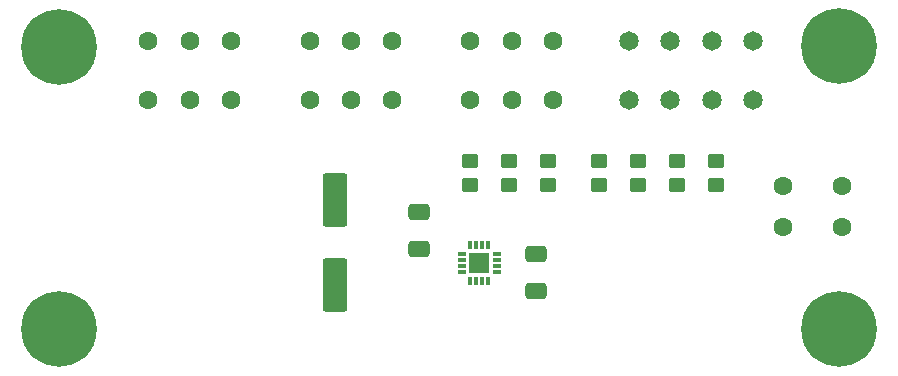
<source format=gbr>
%TF.GenerationSoftware,KiCad,Pcbnew,7.0.9*%
%TF.CreationDate,2024-01-20T18:52:18+00:00*%
%TF.ProjectId,DRV8234 DC Motor Driver Expander,44525638-3233-4342-9044-43204d6f746f,rev?*%
%TF.SameCoordinates,Original*%
%TF.FileFunction,Soldermask,Top*%
%TF.FilePolarity,Negative*%
%FSLAX46Y46*%
G04 Gerber Fmt 4.6, Leading zero omitted, Abs format (unit mm)*
G04 Created by KiCad (PCBNEW 7.0.9) date 2024-01-20 18:52:18*
%MOMM*%
%LPD*%
G01*
G04 APERTURE LIST*
G04 Aperture macros list*
%AMRoundRect*
0 Rectangle with rounded corners*
0 $1 Rounding radius*
0 $2 $3 $4 $5 $6 $7 $8 $9 X,Y pos of 4 corners*
0 Add a 4 corners polygon primitive as box body*
4,1,4,$2,$3,$4,$5,$6,$7,$8,$9,$2,$3,0*
0 Add four circle primitives for the rounded corners*
1,1,$1+$1,$2,$3*
1,1,$1+$1,$4,$5*
1,1,$1+$1,$6,$7*
1,1,$1+$1,$8,$9*
0 Add four rect primitives between the rounded corners*
20,1,$1+$1,$2,$3,$4,$5,0*
20,1,$1+$1,$4,$5,$6,$7,0*
20,1,$1+$1,$6,$7,$8,$9,0*
20,1,$1+$1,$8,$9,$2,$3,0*%
G04 Aperture macros list end*
%ADD10RoundRect,0.250000X-0.450000X0.350000X-0.450000X-0.350000X0.450000X-0.350000X0.450000X0.350000X0*%
%ADD11C,1.600200*%
%ADD12RoundRect,0.250001X0.799999X-1.999999X0.799999X1.999999X-0.799999X1.999999X-0.799999X-1.999999X0*%
%ADD13C,0.800000*%
%ADD14C,6.400000*%
%ADD15R,0.300000X0.800000*%
%ADD16R,0.800000X0.300000*%
%ADD17R,1.750000X1.750000*%
%ADD18RoundRect,0.250000X-0.650000X0.412500X-0.650000X-0.412500X0.650000X-0.412500X0.650000X0.412500X0*%
%ADD19RoundRect,0.250000X0.650000X-0.412500X0.650000X0.412500X-0.650000X0.412500X-0.650000X-0.412500X0*%
%ADD20C,1.650000*%
G04 APERTURE END LIST*
D10*
%TO.C,R1*%
X129286000Y-89932000D03*
X129286000Y-91932000D03*
%TD*%
D11*
%TO.C,J3*%
X136286001Y-84709000D03*
X136286001Y-79709000D03*
X132786001Y-84709000D03*
X132786001Y-79709000D03*
X129286000Y-84709000D03*
X129286000Y-79709000D03*
%TD*%
%TO.C,J5*%
X155782000Y-95504000D03*
X160782000Y-95504000D03*
X155782000Y-92003997D03*
X160782000Y-92003997D03*
%TD*%
D10*
%TO.C,R6*%
X150114000Y-89916000D03*
X150114000Y-91916000D03*
%TD*%
D12*
%TO.C,C2*%
X117805200Y-100418000D03*
X117805200Y-93218000D03*
%TD*%
D10*
%TO.C,R2*%
X135890000Y-89932000D03*
X135890000Y-91932000D03*
%TD*%
D11*
%TO.C,J2*%
X122697001Y-84709000D03*
X122697001Y-79709000D03*
X119197001Y-84709000D03*
X119197001Y-79709000D03*
X115697000Y-84709000D03*
X115697000Y-79709000D03*
%TD*%
%TO.C,J1*%
X109037000Y-84709000D03*
X109037000Y-79709000D03*
X105537000Y-84709000D03*
X105537000Y-79709000D03*
X102036999Y-84709000D03*
X102036999Y-79709000D03*
%TD*%
D13*
%TO.C,H2*%
X158128000Y-80183056D03*
X158830944Y-78486000D03*
X158830944Y-81880112D03*
X160528000Y-77783056D03*
D14*
X160528000Y-80183056D03*
D13*
X160528000Y-82583056D03*
X162225056Y-78486000D03*
X162225056Y-81880112D03*
X162928000Y-80183056D03*
%TD*%
D15*
%TO.C,IC1*%
X130802000Y-97028000D03*
X130302000Y-97028000D03*
X129802000Y-97028000D03*
X129302000Y-97028000D03*
D16*
X128552000Y-97778000D03*
X128552000Y-98278000D03*
X128552000Y-98778000D03*
X128552000Y-99278000D03*
D15*
X129302000Y-100028000D03*
X129802000Y-100028000D03*
X130302000Y-100028000D03*
X130802000Y-100028000D03*
D16*
X131552000Y-99278000D03*
X131552000Y-98778000D03*
X131552000Y-98278000D03*
X131552000Y-97778000D03*
D17*
X130052000Y-98528000D03*
%TD*%
D13*
%TO.C,H3*%
X92088000Y-104140000D03*
X92790944Y-102442944D03*
X92790944Y-105837056D03*
X94488000Y-101740000D03*
D14*
X94488000Y-104140000D03*
D13*
X94488000Y-106540000D03*
X96185056Y-102442944D03*
X96185056Y-105837056D03*
X96888000Y-104140000D03*
%TD*%
D10*
%TO.C,R4*%
X140208000Y-89916000D03*
X140208000Y-91916000D03*
%TD*%
%TO.C,R5*%
X143510000Y-89916000D03*
X143510000Y-91916000D03*
%TD*%
%TO.C,R7*%
X146812000Y-89916000D03*
X146812000Y-91916000D03*
%TD*%
%TO.C,R3*%
X132588000Y-89932000D03*
X132588000Y-91932000D03*
%TD*%
D18*
%TO.C,C3*%
X134890000Y-97751500D03*
X134890000Y-100876500D03*
%TD*%
D19*
%TO.C,C1*%
X124968000Y-97320500D03*
X124968000Y-94195500D03*
%TD*%
D20*
%TO.C,J4*%
X153244000Y-84694400D03*
X153244000Y-79694400D03*
X149744000Y-84694400D03*
X149744000Y-79694400D03*
X146244000Y-84694400D03*
X146244000Y-79694400D03*
X142744000Y-84694400D03*
X142744000Y-79694400D03*
%TD*%
D13*
%TO.C,H1*%
X92088000Y-80264000D03*
X92790944Y-78566944D03*
X92790944Y-81961056D03*
X94488000Y-77864000D03*
D14*
X94488000Y-80264000D03*
D13*
X94488000Y-82664000D03*
X96185056Y-78566944D03*
X96185056Y-81961056D03*
X96888000Y-80264000D03*
%TD*%
%TO.C,H4*%
X158128000Y-104093944D03*
X158830944Y-102396888D03*
X158830944Y-105791000D03*
X160528000Y-101693944D03*
D14*
X160528000Y-104093944D03*
D13*
X160528000Y-106493944D03*
X162225056Y-102396888D03*
X162225056Y-105791000D03*
X162928000Y-104093944D03*
%TD*%
M02*

</source>
